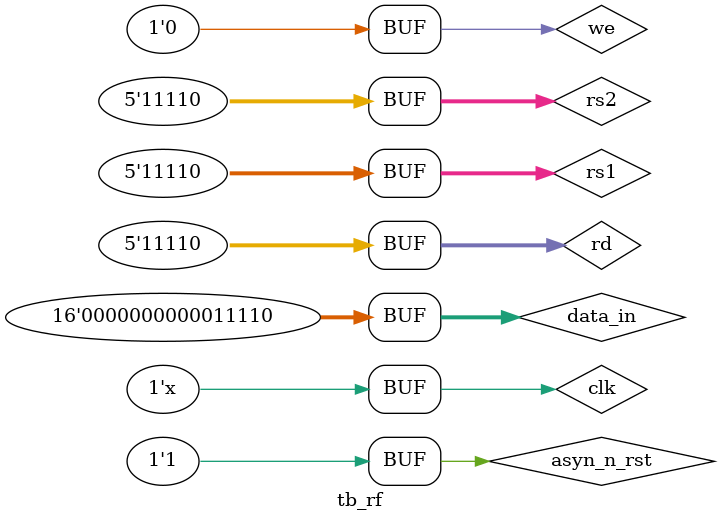
<source format=sv>
module tb_rf;

		parameter RF_ADDRESS_WIDTH=5;
		parameter DATA_WIDTH=16;
		
		logic clk;
		logic asyn_n_rst;
		logic we;
		logic [RF_ADDRESS_WIDTH-1:0] rs1;
		logic [RF_ADDRESS_WIDTH-1:0] rs2;
		logic [RF_ADDRESS_WIDTH-1:0] rd;
		logic [DATA_WIDTH-1:0] data_in;
		logic [DATA_WIDTH-1:0] Qs1;
		logic [DATA_WIDTH-1:0] Qs2;
		
		rf #(
				.RF_ADDRESS_WIDTH(RF_ADDRESS_WIDTH),
				.DATA_WIDTH(DATA_WIDTH)
		) RF0 (
				.clk(clk),
				.asyn_n_rst(asyn_n_rst),
				.we(we),
				.rs1(rs1),
				.rs2(rs2),
				.rd(rd),
				.data_in(data_in),
				.Qs1(Qs1),
				.Qs2(Qs2)
		);
		
		initial
			begin
				clk 			= 0;
				asyn_n_rst 	= 1;
				we 			= 0;
				rs1			= 0;
				rs2			= 0;
				rd				= 0;
				data_in		= 0;
			end
			
		always
			begin
				#20ns;
				clk = ~clk;
			end
			
		always
			begin
				we = 1;
				#100ns;
				for (int i = 0; 31 > i; i++)
					begin
						#40ns;
						data_in = i;
						rd = i;
					end
				we = 0;
				#100ns;
				for (int i = 0; 31 > i; i++)
					begin
						#40ns;
						rs1 = i;
						rs2 = i;
					end
					#40ns;
			end

endmodule

</source>
